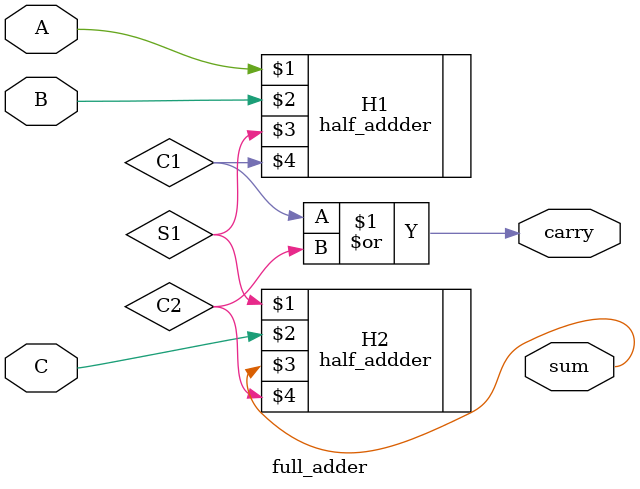
<source format=v>
`timescale 1ns / 1ps


module full_adder(A,B,C,sum,carry);
input A,B,C;
output sum,carry;
wire S1,C1,C2;

half_addder H1(A,B,S1,C1);
half_addder H2(S1,C,sum,C2);
assign carry=C1|C2;
endmodule

</source>
